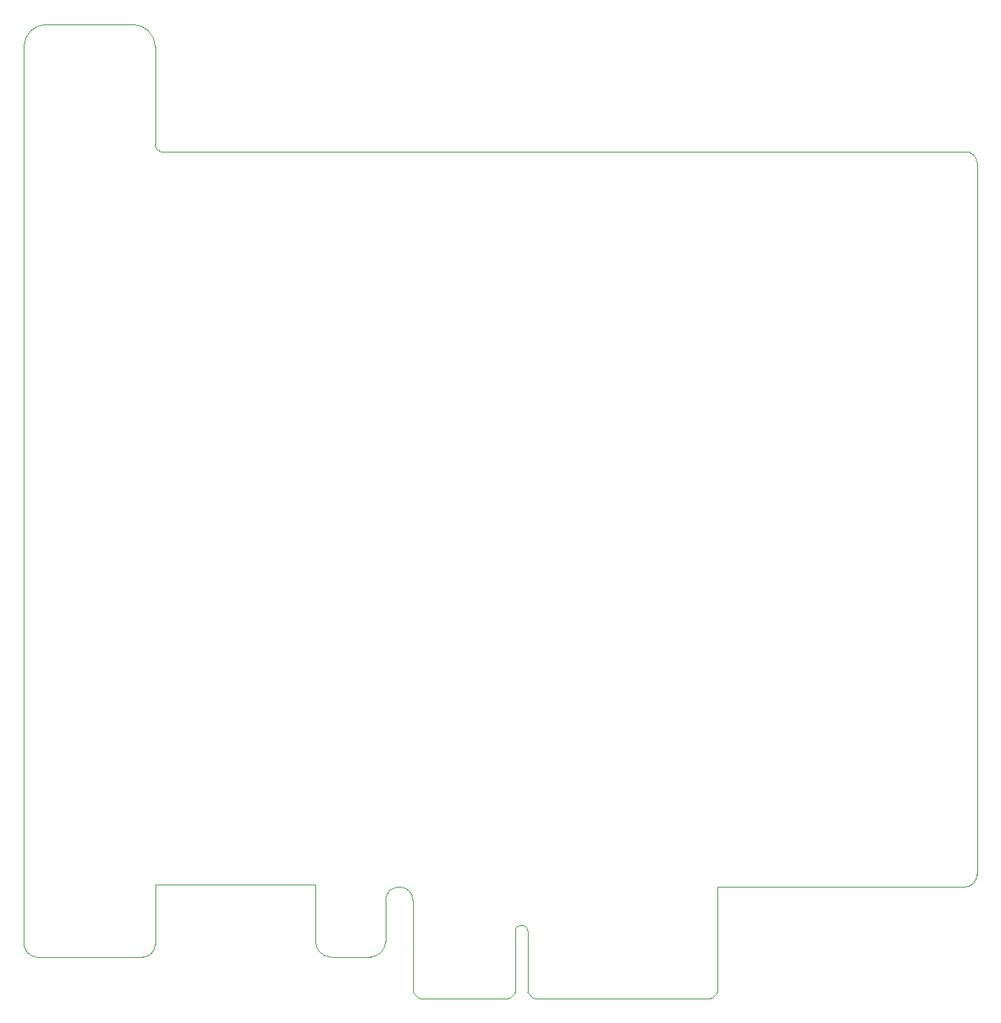
<source format=gbr>
G04*
G04 #@! TF.GenerationSoftware,Altium Limited,Altium Designer,23.7.1 (13)*
G04*
G04 Layer_Color=0*
%FSLAX25Y25*%
%MOIN*%
G70*
G04*
G04 #@! TF.SameCoordinates,E44608C4-6370-4D0E-AFC6-BBC59DA78F3B*
G04*
G04*
G04 #@! TF.FilePolarity,Positive*
G04*
G01*
G75*
%ADD224C,0.00100*%
D224*
X-23089Y-397489D02*
X25012Y-397491D01*
D02*
G03*
X30513Y-391990I-0J5502D01*
G01*
Y-365011D01*
X102754Y-365011D01*
X102754Y-390490D01*
X102743Y-390599D01*
D02*
G03*
X109647Y-397503I6904J0D01*
G01*
X109755Y-397491D01*
X127349D01*
X127542Y-397453D01*
D02*
G03*
X134253Y-390551I-193J6901D01*
G01*
Y-372194D01*
D02*
G02*
X146620Y-372194I6183J0D01*
G01*
X146620Y-372199D01*
X146620Y-413238D01*
D02*
G03*
X146914Y-413946I1002J0D01*
G01*
X148882Y-415914D01*
D02*
G03*
X149590Y-416208I708J708D01*
G01*
X189748D01*
D02*
G03*
X190456Y-415914I0J1002D01*
G01*
X192425Y-413946D01*
D02*
G03*
X192718Y-413238I-708J708D01*
G01*
Y-385876D01*
D02*
G02*
X198195Y-385876I2739J0D01*
G01*
Y-413238D01*
D02*
G03*
X198488Y-413946I1002J0D01*
G01*
X200457Y-415914D01*
D02*
G03*
X201165Y-416208I708J708D01*
G01*
X280693D01*
D02*
G03*
X281401Y-415914I0J1002D01*
G01*
X283369Y-413946D01*
D02*
G03*
X283663Y-413238I-708J708D01*
G01*
Y-366011D01*
X395000D01*
D02*
G03*
X400501Y-360509I0J5502D01*
G01*
X400501Y-39880D01*
X400501Y-360506D01*
X400501Y-39871D01*
D02*
G03*
X395327Y-34879I-5085J-93D01*
G01*
X33054Y-34879D01*
D02*
G02*
X30511Y-31718I322J2863D01*
G01*
X30513Y-31666D01*
Y12201D01*
X30533Y12339D01*
D02*
G03*
X20458Y22413I-10074J0D01*
G01*
X20320Y22393D01*
X-18352D01*
X-18490Y22413D01*
D02*
G03*
X-28564Y12339I0J-10074D01*
G01*
X-28545Y12201D01*
X-28545Y-390967D01*
D02*
G03*
X-23089Y-397489I6002J-522D01*
G01*
M02*

</source>
